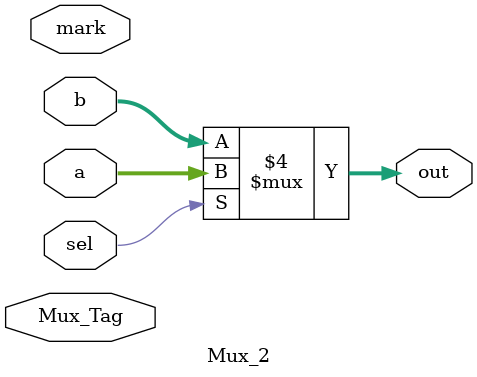
<source format=sv>
`timescale 1us/1us

module Mux_2(input [31:0] a, input [31:0] b, input sel, input [3:0] Mux_Tag, output reg [31:0] out, input [2:0] mark);

    always @(*) begin
        if (sel == 1) begin
            out <= a;
//             $display("1 Mux_2 %d, out = %x, a = %x, b = %x", mark, a, a, b);
        end
        else begin
            out <= b;
//             $display("0 Mux_2 %d,  out = %x, a = %x, b = %x", mark, b, a, b);
        end
    end
    
endmodule
</source>
